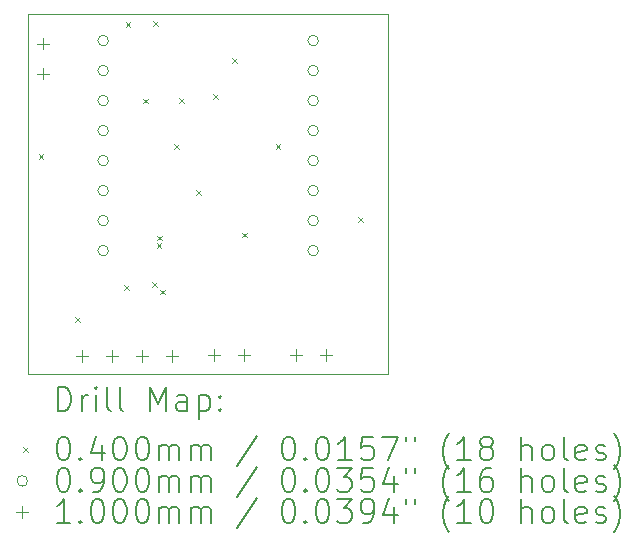
<source format=gbr>
%TF.GenerationSoftware,KiCad,Pcbnew,(6.0.9)*%
%TF.CreationDate,2023-11-13T03:08:19-05:00*%
%TF.ProjectId,ALRT_v1,414c5254-5f76-4312-9e6b-696361645f70,rev?*%
%TF.SameCoordinates,Original*%
%TF.FileFunction,Drillmap*%
%TF.FilePolarity,Positive*%
%FSLAX45Y45*%
G04 Gerber Fmt 4.5, Leading zero omitted, Abs format (unit mm)*
G04 Created by KiCad (PCBNEW (6.0.9)) date 2023-11-13 03:08:19*
%MOMM*%
%LPD*%
G01*
G04 APERTURE LIST*
%ADD10C,0.100000*%
%ADD11C,0.200000*%
%ADD12C,0.040000*%
%ADD13C,0.090000*%
G04 APERTURE END LIST*
D10*
X9652000Y-7112000D02*
X12700000Y-7112000D01*
X12700000Y-7112000D02*
X12700000Y-10160000D01*
X12700000Y-10160000D02*
X9652000Y-10160000D01*
X9652000Y-10160000D02*
X9652000Y-7112000D01*
D11*
D12*
X9740000Y-8299820D02*
X9780000Y-8339820D01*
X9780000Y-8299820D02*
X9740000Y-8339820D01*
X10048560Y-9682800D02*
X10088560Y-9722800D01*
X10088560Y-9682800D02*
X10048560Y-9722800D01*
X10465120Y-9413560D02*
X10505120Y-9453560D01*
X10505120Y-9413560D02*
X10465120Y-9453560D01*
X10477820Y-7183440D02*
X10517820Y-7223440D01*
X10517820Y-7183440D02*
X10477820Y-7223440D01*
X10627680Y-7832568D02*
X10667680Y-7872568D01*
X10667680Y-7832568D02*
X10627680Y-7872568D01*
X10703880Y-9385620D02*
X10743880Y-9425620D01*
X10743880Y-9385620D02*
X10703880Y-9425620D01*
X10708960Y-7178360D02*
X10748960Y-7218360D01*
X10748960Y-7178360D02*
X10708960Y-7218360D01*
X10739440Y-9057960D02*
X10779440Y-9097960D01*
X10779440Y-9057960D02*
X10739440Y-9097960D01*
X10747060Y-8991920D02*
X10787060Y-9031920D01*
X10787060Y-8991920D02*
X10747060Y-9031920D01*
X10767855Y-9448315D02*
X10807855Y-9488315D01*
X10807855Y-9448315D02*
X10767855Y-9488315D01*
X10886760Y-8214680D02*
X10926760Y-8254680D01*
X10926760Y-8214680D02*
X10886760Y-8254680D01*
X10927400Y-7826060D02*
X10967400Y-7866060D01*
X10967400Y-7826060D02*
X10927400Y-7866060D01*
X11075540Y-8604120D02*
X11115540Y-8644120D01*
X11115540Y-8604120D02*
X11075540Y-8644120D01*
X11216960Y-7795580D02*
X11256960Y-7835580D01*
X11256960Y-7795580D02*
X11216960Y-7835580D01*
X11380820Y-7489480D02*
X11420820Y-7529480D01*
X11420820Y-7489480D02*
X11380820Y-7529480D01*
X11460800Y-8966520D02*
X11500800Y-9006520D01*
X11500800Y-8966520D02*
X11460800Y-9006520D01*
X11747820Y-8219760D02*
X11787820Y-8259760D01*
X11787820Y-8219760D02*
X11747820Y-8259760D01*
X12446320Y-8834440D02*
X12486320Y-8874440D01*
X12486320Y-8834440D02*
X12446320Y-8874440D01*
D13*
X10332000Y-7341000D02*
G75*
G03*
X10332000Y-7341000I-45000J0D01*
G01*
X10332000Y-7595000D02*
G75*
G03*
X10332000Y-7595000I-45000J0D01*
G01*
X10332000Y-7849000D02*
G75*
G03*
X10332000Y-7849000I-45000J0D01*
G01*
X10332000Y-8103000D02*
G75*
G03*
X10332000Y-8103000I-45000J0D01*
G01*
X10332000Y-8357000D02*
G75*
G03*
X10332000Y-8357000I-45000J0D01*
G01*
X10332000Y-8611000D02*
G75*
G03*
X10332000Y-8611000I-45000J0D01*
G01*
X10332000Y-8865000D02*
G75*
G03*
X10332000Y-8865000I-45000J0D01*
G01*
X10332000Y-9119000D02*
G75*
G03*
X10332000Y-9119000I-45000J0D01*
G01*
X12110000Y-7341000D02*
G75*
G03*
X12110000Y-7341000I-45000J0D01*
G01*
X12110000Y-7595000D02*
G75*
G03*
X12110000Y-7595000I-45000J0D01*
G01*
X12110000Y-7849000D02*
G75*
G03*
X12110000Y-7849000I-45000J0D01*
G01*
X12110000Y-8103000D02*
G75*
G03*
X12110000Y-8103000I-45000J0D01*
G01*
X12110000Y-8357000D02*
G75*
G03*
X12110000Y-8357000I-45000J0D01*
G01*
X12110000Y-8611000D02*
G75*
G03*
X12110000Y-8611000I-45000J0D01*
G01*
X12110000Y-8865000D02*
G75*
G03*
X12110000Y-8865000I-45000J0D01*
G01*
X12110000Y-9119000D02*
G75*
G03*
X12110000Y-9119000I-45000J0D01*
G01*
D10*
X9779000Y-7316000D02*
X9779000Y-7416000D01*
X9729000Y-7366000D02*
X9829000Y-7366000D01*
X9779000Y-7570000D02*
X9779000Y-7670000D01*
X9729000Y-7620000D02*
X9829000Y-7620000D01*
X10105120Y-9960140D02*
X10105120Y-10060140D01*
X10055120Y-10010140D02*
X10155120Y-10010140D01*
X10359120Y-9960140D02*
X10359120Y-10060140D01*
X10309120Y-10010140D02*
X10409120Y-10010140D01*
X10613120Y-9960140D02*
X10613120Y-10060140D01*
X10563120Y-10010140D02*
X10663120Y-10010140D01*
X10867120Y-9960140D02*
X10867120Y-10060140D01*
X10817120Y-10010140D02*
X10917120Y-10010140D01*
X11226300Y-9952520D02*
X11226300Y-10052520D01*
X11176300Y-10002520D02*
X11276300Y-10002520D01*
X11480300Y-9952520D02*
X11480300Y-10052520D01*
X11430300Y-10002520D02*
X11530300Y-10002520D01*
X11920220Y-9955060D02*
X11920220Y-10055060D01*
X11870220Y-10005060D02*
X11970220Y-10005060D01*
X12174220Y-9955060D02*
X12174220Y-10055060D01*
X12124220Y-10005060D02*
X12224220Y-10005060D01*
D11*
X9904619Y-10475476D02*
X9904619Y-10275476D01*
X9952238Y-10275476D01*
X9980810Y-10285000D01*
X9999857Y-10304048D01*
X10009381Y-10323095D01*
X10018905Y-10361190D01*
X10018905Y-10389762D01*
X10009381Y-10427857D01*
X9999857Y-10446905D01*
X9980810Y-10465952D01*
X9952238Y-10475476D01*
X9904619Y-10475476D01*
X10104619Y-10475476D02*
X10104619Y-10342143D01*
X10104619Y-10380238D02*
X10114143Y-10361190D01*
X10123667Y-10351667D01*
X10142714Y-10342143D01*
X10161762Y-10342143D01*
X10228429Y-10475476D02*
X10228429Y-10342143D01*
X10228429Y-10275476D02*
X10218905Y-10285000D01*
X10228429Y-10294524D01*
X10237952Y-10285000D01*
X10228429Y-10275476D01*
X10228429Y-10294524D01*
X10352238Y-10475476D02*
X10333190Y-10465952D01*
X10323667Y-10446905D01*
X10323667Y-10275476D01*
X10457000Y-10475476D02*
X10437952Y-10465952D01*
X10428429Y-10446905D01*
X10428429Y-10275476D01*
X10685571Y-10475476D02*
X10685571Y-10275476D01*
X10752238Y-10418333D01*
X10818905Y-10275476D01*
X10818905Y-10475476D01*
X10999857Y-10475476D02*
X10999857Y-10370714D01*
X10990333Y-10351667D01*
X10971286Y-10342143D01*
X10933190Y-10342143D01*
X10914143Y-10351667D01*
X10999857Y-10465952D02*
X10980810Y-10475476D01*
X10933190Y-10475476D01*
X10914143Y-10465952D01*
X10904619Y-10446905D01*
X10904619Y-10427857D01*
X10914143Y-10408810D01*
X10933190Y-10399286D01*
X10980810Y-10399286D01*
X10999857Y-10389762D01*
X11095095Y-10342143D02*
X11095095Y-10542143D01*
X11095095Y-10351667D02*
X11114143Y-10342143D01*
X11152238Y-10342143D01*
X11171286Y-10351667D01*
X11180810Y-10361190D01*
X11190333Y-10380238D01*
X11190333Y-10437381D01*
X11180810Y-10456429D01*
X11171286Y-10465952D01*
X11152238Y-10475476D01*
X11114143Y-10475476D01*
X11095095Y-10465952D01*
X11276048Y-10456429D02*
X11285571Y-10465952D01*
X11276048Y-10475476D01*
X11266524Y-10465952D01*
X11276048Y-10456429D01*
X11276048Y-10475476D01*
X11276048Y-10351667D02*
X11285571Y-10361190D01*
X11276048Y-10370714D01*
X11266524Y-10361190D01*
X11276048Y-10351667D01*
X11276048Y-10370714D01*
D12*
X9607000Y-10785000D02*
X9647000Y-10825000D01*
X9647000Y-10785000D02*
X9607000Y-10825000D01*
D11*
X9942714Y-10695476D02*
X9961762Y-10695476D01*
X9980810Y-10705000D01*
X9990333Y-10714524D01*
X9999857Y-10733571D01*
X10009381Y-10771667D01*
X10009381Y-10819286D01*
X9999857Y-10857381D01*
X9990333Y-10876429D01*
X9980810Y-10885952D01*
X9961762Y-10895476D01*
X9942714Y-10895476D01*
X9923667Y-10885952D01*
X9914143Y-10876429D01*
X9904619Y-10857381D01*
X9895095Y-10819286D01*
X9895095Y-10771667D01*
X9904619Y-10733571D01*
X9914143Y-10714524D01*
X9923667Y-10705000D01*
X9942714Y-10695476D01*
X10095095Y-10876429D02*
X10104619Y-10885952D01*
X10095095Y-10895476D01*
X10085571Y-10885952D01*
X10095095Y-10876429D01*
X10095095Y-10895476D01*
X10276048Y-10762143D02*
X10276048Y-10895476D01*
X10228429Y-10685952D02*
X10180810Y-10828810D01*
X10304619Y-10828810D01*
X10418905Y-10695476D02*
X10437952Y-10695476D01*
X10457000Y-10705000D01*
X10466524Y-10714524D01*
X10476048Y-10733571D01*
X10485571Y-10771667D01*
X10485571Y-10819286D01*
X10476048Y-10857381D01*
X10466524Y-10876429D01*
X10457000Y-10885952D01*
X10437952Y-10895476D01*
X10418905Y-10895476D01*
X10399857Y-10885952D01*
X10390333Y-10876429D01*
X10380810Y-10857381D01*
X10371286Y-10819286D01*
X10371286Y-10771667D01*
X10380810Y-10733571D01*
X10390333Y-10714524D01*
X10399857Y-10705000D01*
X10418905Y-10695476D01*
X10609381Y-10695476D02*
X10628429Y-10695476D01*
X10647476Y-10705000D01*
X10657000Y-10714524D01*
X10666524Y-10733571D01*
X10676048Y-10771667D01*
X10676048Y-10819286D01*
X10666524Y-10857381D01*
X10657000Y-10876429D01*
X10647476Y-10885952D01*
X10628429Y-10895476D01*
X10609381Y-10895476D01*
X10590333Y-10885952D01*
X10580810Y-10876429D01*
X10571286Y-10857381D01*
X10561762Y-10819286D01*
X10561762Y-10771667D01*
X10571286Y-10733571D01*
X10580810Y-10714524D01*
X10590333Y-10705000D01*
X10609381Y-10695476D01*
X10761762Y-10895476D02*
X10761762Y-10762143D01*
X10761762Y-10781190D02*
X10771286Y-10771667D01*
X10790333Y-10762143D01*
X10818905Y-10762143D01*
X10837952Y-10771667D01*
X10847476Y-10790714D01*
X10847476Y-10895476D01*
X10847476Y-10790714D02*
X10857000Y-10771667D01*
X10876048Y-10762143D01*
X10904619Y-10762143D01*
X10923667Y-10771667D01*
X10933190Y-10790714D01*
X10933190Y-10895476D01*
X11028429Y-10895476D02*
X11028429Y-10762143D01*
X11028429Y-10781190D02*
X11037952Y-10771667D01*
X11057000Y-10762143D01*
X11085571Y-10762143D01*
X11104619Y-10771667D01*
X11114143Y-10790714D01*
X11114143Y-10895476D01*
X11114143Y-10790714D02*
X11123667Y-10771667D01*
X11142714Y-10762143D01*
X11171286Y-10762143D01*
X11190333Y-10771667D01*
X11199857Y-10790714D01*
X11199857Y-10895476D01*
X11590333Y-10685952D02*
X11418905Y-10943095D01*
X11847476Y-10695476D02*
X11866524Y-10695476D01*
X11885571Y-10705000D01*
X11895095Y-10714524D01*
X11904619Y-10733571D01*
X11914143Y-10771667D01*
X11914143Y-10819286D01*
X11904619Y-10857381D01*
X11895095Y-10876429D01*
X11885571Y-10885952D01*
X11866524Y-10895476D01*
X11847476Y-10895476D01*
X11828428Y-10885952D01*
X11818905Y-10876429D01*
X11809381Y-10857381D01*
X11799857Y-10819286D01*
X11799857Y-10771667D01*
X11809381Y-10733571D01*
X11818905Y-10714524D01*
X11828428Y-10705000D01*
X11847476Y-10695476D01*
X11999857Y-10876429D02*
X12009381Y-10885952D01*
X11999857Y-10895476D01*
X11990333Y-10885952D01*
X11999857Y-10876429D01*
X11999857Y-10895476D01*
X12133190Y-10695476D02*
X12152238Y-10695476D01*
X12171286Y-10705000D01*
X12180809Y-10714524D01*
X12190333Y-10733571D01*
X12199857Y-10771667D01*
X12199857Y-10819286D01*
X12190333Y-10857381D01*
X12180809Y-10876429D01*
X12171286Y-10885952D01*
X12152238Y-10895476D01*
X12133190Y-10895476D01*
X12114143Y-10885952D01*
X12104619Y-10876429D01*
X12095095Y-10857381D01*
X12085571Y-10819286D01*
X12085571Y-10771667D01*
X12095095Y-10733571D01*
X12104619Y-10714524D01*
X12114143Y-10705000D01*
X12133190Y-10695476D01*
X12390333Y-10895476D02*
X12276048Y-10895476D01*
X12333190Y-10895476D02*
X12333190Y-10695476D01*
X12314143Y-10724048D01*
X12295095Y-10743095D01*
X12276048Y-10752619D01*
X12571286Y-10695476D02*
X12476048Y-10695476D01*
X12466524Y-10790714D01*
X12476048Y-10781190D01*
X12495095Y-10771667D01*
X12542714Y-10771667D01*
X12561762Y-10781190D01*
X12571286Y-10790714D01*
X12580809Y-10809762D01*
X12580809Y-10857381D01*
X12571286Y-10876429D01*
X12561762Y-10885952D01*
X12542714Y-10895476D01*
X12495095Y-10895476D01*
X12476048Y-10885952D01*
X12466524Y-10876429D01*
X12647476Y-10695476D02*
X12780809Y-10695476D01*
X12695095Y-10895476D01*
X12847476Y-10695476D02*
X12847476Y-10733571D01*
X12923667Y-10695476D02*
X12923667Y-10733571D01*
X13218905Y-10971667D02*
X13209381Y-10962143D01*
X13190333Y-10933571D01*
X13180809Y-10914524D01*
X13171286Y-10885952D01*
X13161762Y-10838333D01*
X13161762Y-10800238D01*
X13171286Y-10752619D01*
X13180809Y-10724048D01*
X13190333Y-10705000D01*
X13209381Y-10676429D01*
X13218905Y-10666905D01*
X13399857Y-10895476D02*
X13285571Y-10895476D01*
X13342714Y-10895476D02*
X13342714Y-10695476D01*
X13323667Y-10724048D01*
X13304619Y-10743095D01*
X13285571Y-10752619D01*
X13514143Y-10781190D02*
X13495095Y-10771667D01*
X13485571Y-10762143D01*
X13476048Y-10743095D01*
X13476048Y-10733571D01*
X13485571Y-10714524D01*
X13495095Y-10705000D01*
X13514143Y-10695476D01*
X13552238Y-10695476D01*
X13571286Y-10705000D01*
X13580809Y-10714524D01*
X13590333Y-10733571D01*
X13590333Y-10743095D01*
X13580809Y-10762143D01*
X13571286Y-10771667D01*
X13552238Y-10781190D01*
X13514143Y-10781190D01*
X13495095Y-10790714D01*
X13485571Y-10800238D01*
X13476048Y-10819286D01*
X13476048Y-10857381D01*
X13485571Y-10876429D01*
X13495095Y-10885952D01*
X13514143Y-10895476D01*
X13552238Y-10895476D01*
X13571286Y-10885952D01*
X13580809Y-10876429D01*
X13590333Y-10857381D01*
X13590333Y-10819286D01*
X13580809Y-10800238D01*
X13571286Y-10790714D01*
X13552238Y-10781190D01*
X13828428Y-10895476D02*
X13828428Y-10695476D01*
X13914143Y-10895476D02*
X13914143Y-10790714D01*
X13904619Y-10771667D01*
X13885571Y-10762143D01*
X13857000Y-10762143D01*
X13837952Y-10771667D01*
X13828428Y-10781190D01*
X14037952Y-10895476D02*
X14018905Y-10885952D01*
X14009381Y-10876429D01*
X13999857Y-10857381D01*
X13999857Y-10800238D01*
X14009381Y-10781190D01*
X14018905Y-10771667D01*
X14037952Y-10762143D01*
X14066524Y-10762143D01*
X14085571Y-10771667D01*
X14095095Y-10781190D01*
X14104619Y-10800238D01*
X14104619Y-10857381D01*
X14095095Y-10876429D01*
X14085571Y-10885952D01*
X14066524Y-10895476D01*
X14037952Y-10895476D01*
X14218905Y-10895476D02*
X14199857Y-10885952D01*
X14190333Y-10866905D01*
X14190333Y-10695476D01*
X14371286Y-10885952D02*
X14352238Y-10895476D01*
X14314143Y-10895476D01*
X14295095Y-10885952D01*
X14285571Y-10866905D01*
X14285571Y-10790714D01*
X14295095Y-10771667D01*
X14314143Y-10762143D01*
X14352238Y-10762143D01*
X14371286Y-10771667D01*
X14380809Y-10790714D01*
X14380809Y-10809762D01*
X14285571Y-10828810D01*
X14457000Y-10885952D02*
X14476048Y-10895476D01*
X14514143Y-10895476D01*
X14533190Y-10885952D01*
X14542714Y-10866905D01*
X14542714Y-10857381D01*
X14533190Y-10838333D01*
X14514143Y-10828810D01*
X14485571Y-10828810D01*
X14466524Y-10819286D01*
X14457000Y-10800238D01*
X14457000Y-10790714D01*
X14466524Y-10771667D01*
X14485571Y-10762143D01*
X14514143Y-10762143D01*
X14533190Y-10771667D01*
X14609381Y-10971667D02*
X14618905Y-10962143D01*
X14637952Y-10933571D01*
X14647476Y-10914524D01*
X14657000Y-10885952D01*
X14666524Y-10838333D01*
X14666524Y-10800238D01*
X14657000Y-10752619D01*
X14647476Y-10724048D01*
X14637952Y-10705000D01*
X14618905Y-10676429D01*
X14609381Y-10666905D01*
D13*
X9647000Y-11069000D02*
G75*
G03*
X9647000Y-11069000I-45000J0D01*
G01*
D11*
X9942714Y-10959476D02*
X9961762Y-10959476D01*
X9980810Y-10969000D01*
X9990333Y-10978524D01*
X9999857Y-10997571D01*
X10009381Y-11035667D01*
X10009381Y-11083286D01*
X9999857Y-11121381D01*
X9990333Y-11140429D01*
X9980810Y-11149952D01*
X9961762Y-11159476D01*
X9942714Y-11159476D01*
X9923667Y-11149952D01*
X9914143Y-11140429D01*
X9904619Y-11121381D01*
X9895095Y-11083286D01*
X9895095Y-11035667D01*
X9904619Y-10997571D01*
X9914143Y-10978524D01*
X9923667Y-10969000D01*
X9942714Y-10959476D01*
X10095095Y-11140429D02*
X10104619Y-11149952D01*
X10095095Y-11159476D01*
X10085571Y-11149952D01*
X10095095Y-11140429D01*
X10095095Y-11159476D01*
X10199857Y-11159476D02*
X10237952Y-11159476D01*
X10257000Y-11149952D01*
X10266524Y-11140429D01*
X10285571Y-11111857D01*
X10295095Y-11073762D01*
X10295095Y-10997571D01*
X10285571Y-10978524D01*
X10276048Y-10969000D01*
X10257000Y-10959476D01*
X10218905Y-10959476D01*
X10199857Y-10969000D01*
X10190333Y-10978524D01*
X10180810Y-10997571D01*
X10180810Y-11045190D01*
X10190333Y-11064238D01*
X10199857Y-11073762D01*
X10218905Y-11083286D01*
X10257000Y-11083286D01*
X10276048Y-11073762D01*
X10285571Y-11064238D01*
X10295095Y-11045190D01*
X10418905Y-10959476D02*
X10437952Y-10959476D01*
X10457000Y-10969000D01*
X10466524Y-10978524D01*
X10476048Y-10997571D01*
X10485571Y-11035667D01*
X10485571Y-11083286D01*
X10476048Y-11121381D01*
X10466524Y-11140429D01*
X10457000Y-11149952D01*
X10437952Y-11159476D01*
X10418905Y-11159476D01*
X10399857Y-11149952D01*
X10390333Y-11140429D01*
X10380810Y-11121381D01*
X10371286Y-11083286D01*
X10371286Y-11035667D01*
X10380810Y-10997571D01*
X10390333Y-10978524D01*
X10399857Y-10969000D01*
X10418905Y-10959476D01*
X10609381Y-10959476D02*
X10628429Y-10959476D01*
X10647476Y-10969000D01*
X10657000Y-10978524D01*
X10666524Y-10997571D01*
X10676048Y-11035667D01*
X10676048Y-11083286D01*
X10666524Y-11121381D01*
X10657000Y-11140429D01*
X10647476Y-11149952D01*
X10628429Y-11159476D01*
X10609381Y-11159476D01*
X10590333Y-11149952D01*
X10580810Y-11140429D01*
X10571286Y-11121381D01*
X10561762Y-11083286D01*
X10561762Y-11035667D01*
X10571286Y-10997571D01*
X10580810Y-10978524D01*
X10590333Y-10969000D01*
X10609381Y-10959476D01*
X10761762Y-11159476D02*
X10761762Y-11026143D01*
X10761762Y-11045190D02*
X10771286Y-11035667D01*
X10790333Y-11026143D01*
X10818905Y-11026143D01*
X10837952Y-11035667D01*
X10847476Y-11054714D01*
X10847476Y-11159476D01*
X10847476Y-11054714D02*
X10857000Y-11035667D01*
X10876048Y-11026143D01*
X10904619Y-11026143D01*
X10923667Y-11035667D01*
X10933190Y-11054714D01*
X10933190Y-11159476D01*
X11028429Y-11159476D02*
X11028429Y-11026143D01*
X11028429Y-11045190D02*
X11037952Y-11035667D01*
X11057000Y-11026143D01*
X11085571Y-11026143D01*
X11104619Y-11035667D01*
X11114143Y-11054714D01*
X11114143Y-11159476D01*
X11114143Y-11054714D02*
X11123667Y-11035667D01*
X11142714Y-11026143D01*
X11171286Y-11026143D01*
X11190333Y-11035667D01*
X11199857Y-11054714D01*
X11199857Y-11159476D01*
X11590333Y-10949952D02*
X11418905Y-11207095D01*
X11847476Y-10959476D02*
X11866524Y-10959476D01*
X11885571Y-10969000D01*
X11895095Y-10978524D01*
X11904619Y-10997571D01*
X11914143Y-11035667D01*
X11914143Y-11083286D01*
X11904619Y-11121381D01*
X11895095Y-11140429D01*
X11885571Y-11149952D01*
X11866524Y-11159476D01*
X11847476Y-11159476D01*
X11828428Y-11149952D01*
X11818905Y-11140429D01*
X11809381Y-11121381D01*
X11799857Y-11083286D01*
X11799857Y-11035667D01*
X11809381Y-10997571D01*
X11818905Y-10978524D01*
X11828428Y-10969000D01*
X11847476Y-10959476D01*
X11999857Y-11140429D02*
X12009381Y-11149952D01*
X11999857Y-11159476D01*
X11990333Y-11149952D01*
X11999857Y-11140429D01*
X11999857Y-11159476D01*
X12133190Y-10959476D02*
X12152238Y-10959476D01*
X12171286Y-10969000D01*
X12180809Y-10978524D01*
X12190333Y-10997571D01*
X12199857Y-11035667D01*
X12199857Y-11083286D01*
X12190333Y-11121381D01*
X12180809Y-11140429D01*
X12171286Y-11149952D01*
X12152238Y-11159476D01*
X12133190Y-11159476D01*
X12114143Y-11149952D01*
X12104619Y-11140429D01*
X12095095Y-11121381D01*
X12085571Y-11083286D01*
X12085571Y-11035667D01*
X12095095Y-10997571D01*
X12104619Y-10978524D01*
X12114143Y-10969000D01*
X12133190Y-10959476D01*
X12266524Y-10959476D02*
X12390333Y-10959476D01*
X12323667Y-11035667D01*
X12352238Y-11035667D01*
X12371286Y-11045190D01*
X12380809Y-11054714D01*
X12390333Y-11073762D01*
X12390333Y-11121381D01*
X12380809Y-11140429D01*
X12371286Y-11149952D01*
X12352238Y-11159476D01*
X12295095Y-11159476D01*
X12276048Y-11149952D01*
X12266524Y-11140429D01*
X12571286Y-10959476D02*
X12476048Y-10959476D01*
X12466524Y-11054714D01*
X12476048Y-11045190D01*
X12495095Y-11035667D01*
X12542714Y-11035667D01*
X12561762Y-11045190D01*
X12571286Y-11054714D01*
X12580809Y-11073762D01*
X12580809Y-11121381D01*
X12571286Y-11140429D01*
X12561762Y-11149952D01*
X12542714Y-11159476D01*
X12495095Y-11159476D01*
X12476048Y-11149952D01*
X12466524Y-11140429D01*
X12752238Y-11026143D02*
X12752238Y-11159476D01*
X12704619Y-10949952D02*
X12657000Y-11092810D01*
X12780809Y-11092810D01*
X12847476Y-10959476D02*
X12847476Y-10997571D01*
X12923667Y-10959476D02*
X12923667Y-10997571D01*
X13218905Y-11235667D02*
X13209381Y-11226143D01*
X13190333Y-11197571D01*
X13180809Y-11178524D01*
X13171286Y-11149952D01*
X13161762Y-11102333D01*
X13161762Y-11064238D01*
X13171286Y-11016619D01*
X13180809Y-10988048D01*
X13190333Y-10969000D01*
X13209381Y-10940429D01*
X13218905Y-10930905D01*
X13399857Y-11159476D02*
X13285571Y-11159476D01*
X13342714Y-11159476D02*
X13342714Y-10959476D01*
X13323667Y-10988048D01*
X13304619Y-11007095D01*
X13285571Y-11016619D01*
X13571286Y-10959476D02*
X13533190Y-10959476D01*
X13514143Y-10969000D01*
X13504619Y-10978524D01*
X13485571Y-11007095D01*
X13476048Y-11045190D01*
X13476048Y-11121381D01*
X13485571Y-11140429D01*
X13495095Y-11149952D01*
X13514143Y-11159476D01*
X13552238Y-11159476D01*
X13571286Y-11149952D01*
X13580809Y-11140429D01*
X13590333Y-11121381D01*
X13590333Y-11073762D01*
X13580809Y-11054714D01*
X13571286Y-11045190D01*
X13552238Y-11035667D01*
X13514143Y-11035667D01*
X13495095Y-11045190D01*
X13485571Y-11054714D01*
X13476048Y-11073762D01*
X13828428Y-11159476D02*
X13828428Y-10959476D01*
X13914143Y-11159476D02*
X13914143Y-11054714D01*
X13904619Y-11035667D01*
X13885571Y-11026143D01*
X13857000Y-11026143D01*
X13837952Y-11035667D01*
X13828428Y-11045190D01*
X14037952Y-11159476D02*
X14018905Y-11149952D01*
X14009381Y-11140429D01*
X13999857Y-11121381D01*
X13999857Y-11064238D01*
X14009381Y-11045190D01*
X14018905Y-11035667D01*
X14037952Y-11026143D01*
X14066524Y-11026143D01*
X14085571Y-11035667D01*
X14095095Y-11045190D01*
X14104619Y-11064238D01*
X14104619Y-11121381D01*
X14095095Y-11140429D01*
X14085571Y-11149952D01*
X14066524Y-11159476D01*
X14037952Y-11159476D01*
X14218905Y-11159476D02*
X14199857Y-11149952D01*
X14190333Y-11130905D01*
X14190333Y-10959476D01*
X14371286Y-11149952D02*
X14352238Y-11159476D01*
X14314143Y-11159476D01*
X14295095Y-11149952D01*
X14285571Y-11130905D01*
X14285571Y-11054714D01*
X14295095Y-11035667D01*
X14314143Y-11026143D01*
X14352238Y-11026143D01*
X14371286Y-11035667D01*
X14380809Y-11054714D01*
X14380809Y-11073762D01*
X14285571Y-11092810D01*
X14457000Y-11149952D02*
X14476048Y-11159476D01*
X14514143Y-11159476D01*
X14533190Y-11149952D01*
X14542714Y-11130905D01*
X14542714Y-11121381D01*
X14533190Y-11102333D01*
X14514143Y-11092810D01*
X14485571Y-11092810D01*
X14466524Y-11083286D01*
X14457000Y-11064238D01*
X14457000Y-11054714D01*
X14466524Y-11035667D01*
X14485571Y-11026143D01*
X14514143Y-11026143D01*
X14533190Y-11035667D01*
X14609381Y-11235667D02*
X14618905Y-11226143D01*
X14637952Y-11197571D01*
X14647476Y-11178524D01*
X14657000Y-11149952D01*
X14666524Y-11102333D01*
X14666524Y-11064238D01*
X14657000Y-11016619D01*
X14647476Y-10988048D01*
X14637952Y-10969000D01*
X14618905Y-10940429D01*
X14609381Y-10930905D01*
D10*
X9597000Y-11283000D02*
X9597000Y-11383000D01*
X9547000Y-11333000D02*
X9647000Y-11333000D01*
D11*
X10009381Y-11423476D02*
X9895095Y-11423476D01*
X9952238Y-11423476D02*
X9952238Y-11223476D01*
X9933190Y-11252048D01*
X9914143Y-11271095D01*
X9895095Y-11280619D01*
X10095095Y-11404428D02*
X10104619Y-11413952D01*
X10095095Y-11423476D01*
X10085571Y-11413952D01*
X10095095Y-11404428D01*
X10095095Y-11423476D01*
X10228429Y-11223476D02*
X10247476Y-11223476D01*
X10266524Y-11233000D01*
X10276048Y-11242524D01*
X10285571Y-11261571D01*
X10295095Y-11299667D01*
X10295095Y-11347286D01*
X10285571Y-11385381D01*
X10276048Y-11404428D01*
X10266524Y-11413952D01*
X10247476Y-11423476D01*
X10228429Y-11423476D01*
X10209381Y-11413952D01*
X10199857Y-11404428D01*
X10190333Y-11385381D01*
X10180810Y-11347286D01*
X10180810Y-11299667D01*
X10190333Y-11261571D01*
X10199857Y-11242524D01*
X10209381Y-11233000D01*
X10228429Y-11223476D01*
X10418905Y-11223476D02*
X10437952Y-11223476D01*
X10457000Y-11233000D01*
X10466524Y-11242524D01*
X10476048Y-11261571D01*
X10485571Y-11299667D01*
X10485571Y-11347286D01*
X10476048Y-11385381D01*
X10466524Y-11404428D01*
X10457000Y-11413952D01*
X10437952Y-11423476D01*
X10418905Y-11423476D01*
X10399857Y-11413952D01*
X10390333Y-11404428D01*
X10380810Y-11385381D01*
X10371286Y-11347286D01*
X10371286Y-11299667D01*
X10380810Y-11261571D01*
X10390333Y-11242524D01*
X10399857Y-11233000D01*
X10418905Y-11223476D01*
X10609381Y-11223476D02*
X10628429Y-11223476D01*
X10647476Y-11233000D01*
X10657000Y-11242524D01*
X10666524Y-11261571D01*
X10676048Y-11299667D01*
X10676048Y-11347286D01*
X10666524Y-11385381D01*
X10657000Y-11404428D01*
X10647476Y-11413952D01*
X10628429Y-11423476D01*
X10609381Y-11423476D01*
X10590333Y-11413952D01*
X10580810Y-11404428D01*
X10571286Y-11385381D01*
X10561762Y-11347286D01*
X10561762Y-11299667D01*
X10571286Y-11261571D01*
X10580810Y-11242524D01*
X10590333Y-11233000D01*
X10609381Y-11223476D01*
X10761762Y-11423476D02*
X10761762Y-11290143D01*
X10761762Y-11309190D02*
X10771286Y-11299667D01*
X10790333Y-11290143D01*
X10818905Y-11290143D01*
X10837952Y-11299667D01*
X10847476Y-11318714D01*
X10847476Y-11423476D01*
X10847476Y-11318714D02*
X10857000Y-11299667D01*
X10876048Y-11290143D01*
X10904619Y-11290143D01*
X10923667Y-11299667D01*
X10933190Y-11318714D01*
X10933190Y-11423476D01*
X11028429Y-11423476D02*
X11028429Y-11290143D01*
X11028429Y-11309190D02*
X11037952Y-11299667D01*
X11057000Y-11290143D01*
X11085571Y-11290143D01*
X11104619Y-11299667D01*
X11114143Y-11318714D01*
X11114143Y-11423476D01*
X11114143Y-11318714D02*
X11123667Y-11299667D01*
X11142714Y-11290143D01*
X11171286Y-11290143D01*
X11190333Y-11299667D01*
X11199857Y-11318714D01*
X11199857Y-11423476D01*
X11590333Y-11213952D02*
X11418905Y-11471095D01*
X11847476Y-11223476D02*
X11866524Y-11223476D01*
X11885571Y-11233000D01*
X11895095Y-11242524D01*
X11904619Y-11261571D01*
X11914143Y-11299667D01*
X11914143Y-11347286D01*
X11904619Y-11385381D01*
X11895095Y-11404428D01*
X11885571Y-11413952D01*
X11866524Y-11423476D01*
X11847476Y-11423476D01*
X11828428Y-11413952D01*
X11818905Y-11404428D01*
X11809381Y-11385381D01*
X11799857Y-11347286D01*
X11799857Y-11299667D01*
X11809381Y-11261571D01*
X11818905Y-11242524D01*
X11828428Y-11233000D01*
X11847476Y-11223476D01*
X11999857Y-11404428D02*
X12009381Y-11413952D01*
X11999857Y-11423476D01*
X11990333Y-11413952D01*
X11999857Y-11404428D01*
X11999857Y-11423476D01*
X12133190Y-11223476D02*
X12152238Y-11223476D01*
X12171286Y-11233000D01*
X12180809Y-11242524D01*
X12190333Y-11261571D01*
X12199857Y-11299667D01*
X12199857Y-11347286D01*
X12190333Y-11385381D01*
X12180809Y-11404428D01*
X12171286Y-11413952D01*
X12152238Y-11423476D01*
X12133190Y-11423476D01*
X12114143Y-11413952D01*
X12104619Y-11404428D01*
X12095095Y-11385381D01*
X12085571Y-11347286D01*
X12085571Y-11299667D01*
X12095095Y-11261571D01*
X12104619Y-11242524D01*
X12114143Y-11233000D01*
X12133190Y-11223476D01*
X12266524Y-11223476D02*
X12390333Y-11223476D01*
X12323667Y-11299667D01*
X12352238Y-11299667D01*
X12371286Y-11309190D01*
X12380809Y-11318714D01*
X12390333Y-11337762D01*
X12390333Y-11385381D01*
X12380809Y-11404428D01*
X12371286Y-11413952D01*
X12352238Y-11423476D01*
X12295095Y-11423476D01*
X12276048Y-11413952D01*
X12266524Y-11404428D01*
X12485571Y-11423476D02*
X12523667Y-11423476D01*
X12542714Y-11413952D01*
X12552238Y-11404428D01*
X12571286Y-11375857D01*
X12580809Y-11337762D01*
X12580809Y-11261571D01*
X12571286Y-11242524D01*
X12561762Y-11233000D01*
X12542714Y-11223476D01*
X12504619Y-11223476D01*
X12485571Y-11233000D01*
X12476048Y-11242524D01*
X12466524Y-11261571D01*
X12466524Y-11309190D01*
X12476048Y-11328238D01*
X12485571Y-11337762D01*
X12504619Y-11347286D01*
X12542714Y-11347286D01*
X12561762Y-11337762D01*
X12571286Y-11328238D01*
X12580809Y-11309190D01*
X12752238Y-11290143D02*
X12752238Y-11423476D01*
X12704619Y-11213952D02*
X12657000Y-11356809D01*
X12780809Y-11356809D01*
X12847476Y-11223476D02*
X12847476Y-11261571D01*
X12923667Y-11223476D02*
X12923667Y-11261571D01*
X13218905Y-11499667D02*
X13209381Y-11490143D01*
X13190333Y-11461571D01*
X13180809Y-11442524D01*
X13171286Y-11413952D01*
X13161762Y-11366333D01*
X13161762Y-11328238D01*
X13171286Y-11280619D01*
X13180809Y-11252048D01*
X13190333Y-11233000D01*
X13209381Y-11204428D01*
X13218905Y-11194905D01*
X13399857Y-11423476D02*
X13285571Y-11423476D01*
X13342714Y-11423476D02*
X13342714Y-11223476D01*
X13323667Y-11252048D01*
X13304619Y-11271095D01*
X13285571Y-11280619D01*
X13523667Y-11223476D02*
X13542714Y-11223476D01*
X13561762Y-11233000D01*
X13571286Y-11242524D01*
X13580809Y-11261571D01*
X13590333Y-11299667D01*
X13590333Y-11347286D01*
X13580809Y-11385381D01*
X13571286Y-11404428D01*
X13561762Y-11413952D01*
X13542714Y-11423476D01*
X13523667Y-11423476D01*
X13504619Y-11413952D01*
X13495095Y-11404428D01*
X13485571Y-11385381D01*
X13476048Y-11347286D01*
X13476048Y-11299667D01*
X13485571Y-11261571D01*
X13495095Y-11242524D01*
X13504619Y-11233000D01*
X13523667Y-11223476D01*
X13828428Y-11423476D02*
X13828428Y-11223476D01*
X13914143Y-11423476D02*
X13914143Y-11318714D01*
X13904619Y-11299667D01*
X13885571Y-11290143D01*
X13857000Y-11290143D01*
X13837952Y-11299667D01*
X13828428Y-11309190D01*
X14037952Y-11423476D02*
X14018905Y-11413952D01*
X14009381Y-11404428D01*
X13999857Y-11385381D01*
X13999857Y-11328238D01*
X14009381Y-11309190D01*
X14018905Y-11299667D01*
X14037952Y-11290143D01*
X14066524Y-11290143D01*
X14085571Y-11299667D01*
X14095095Y-11309190D01*
X14104619Y-11328238D01*
X14104619Y-11385381D01*
X14095095Y-11404428D01*
X14085571Y-11413952D01*
X14066524Y-11423476D01*
X14037952Y-11423476D01*
X14218905Y-11423476D02*
X14199857Y-11413952D01*
X14190333Y-11394905D01*
X14190333Y-11223476D01*
X14371286Y-11413952D02*
X14352238Y-11423476D01*
X14314143Y-11423476D01*
X14295095Y-11413952D01*
X14285571Y-11394905D01*
X14285571Y-11318714D01*
X14295095Y-11299667D01*
X14314143Y-11290143D01*
X14352238Y-11290143D01*
X14371286Y-11299667D01*
X14380809Y-11318714D01*
X14380809Y-11337762D01*
X14285571Y-11356809D01*
X14457000Y-11413952D02*
X14476048Y-11423476D01*
X14514143Y-11423476D01*
X14533190Y-11413952D01*
X14542714Y-11394905D01*
X14542714Y-11385381D01*
X14533190Y-11366333D01*
X14514143Y-11356809D01*
X14485571Y-11356809D01*
X14466524Y-11347286D01*
X14457000Y-11328238D01*
X14457000Y-11318714D01*
X14466524Y-11299667D01*
X14485571Y-11290143D01*
X14514143Y-11290143D01*
X14533190Y-11299667D01*
X14609381Y-11499667D02*
X14618905Y-11490143D01*
X14637952Y-11461571D01*
X14647476Y-11442524D01*
X14657000Y-11413952D01*
X14666524Y-11366333D01*
X14666524Y-11328238D01*
X14657000Y-11280619D01*
X14647476Y-11252048D01*
X14637952Y-11233000D01*
X14618905Y-11204428D01*
X14609381Y-11194905D01*
M02*

</source>
